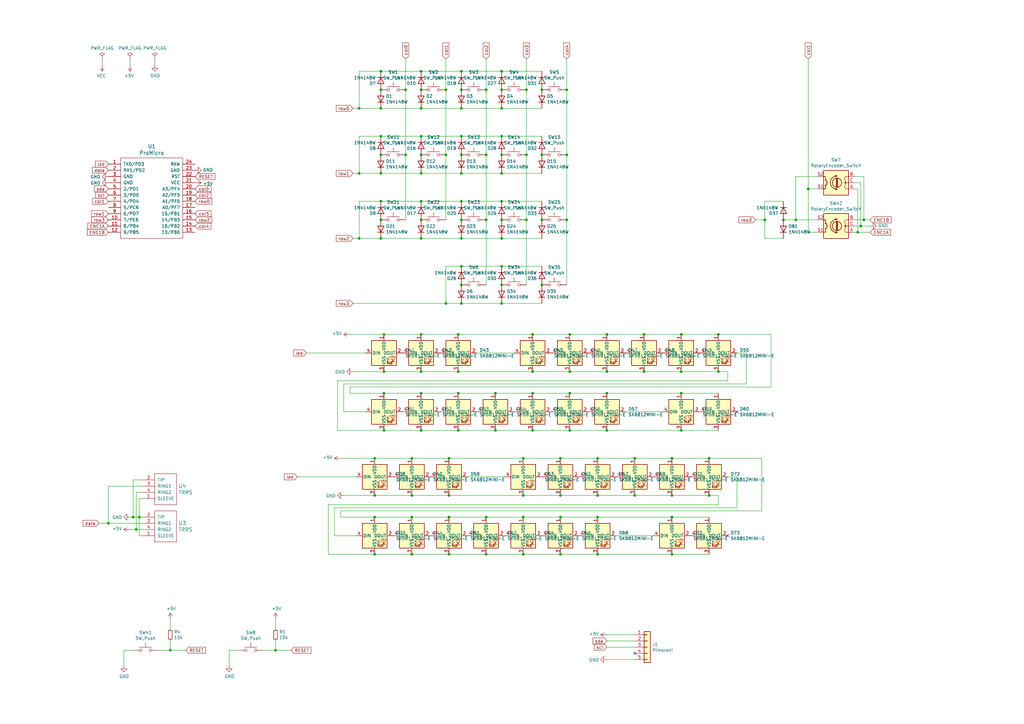
<source format=kicad_sch>
(kicad_sch (version 20211123) (generator eeschema)
  (paper "A3")
  (lib_symbols
    (symbol "Connector_Generic:Conn_01x05" (pin_names (offset 1.016) hide)
      (property "Reference" "J" (at 0 7.62 0))
      (property "Value" "Conn_01x05" (at 0 -7.62 0))
      (symbol "Conn_01x05_1_1"
        (pin passive line (at -5.08 5.08 0) (length 3.81) (name "Pin_1") (number "1"))
        (pin passive line (at -5.08 2.54 0) (length 3.81) (name "Pin_2") (number "2"))
        (pin passive line (at -5.08 0 0) (length 3.81) (name "Pin_3") (number "3"))
        (pin passive line (at -5.08 -2.54 0) (length 3.81) (name "Pin_4") (number "4"))
        (pin passive line (at -5.08 -5.08 0) (length 3.81) (name "Pin_5") (number "5"))
      )
    )
    (symbol "Device:R_Small" (pin_numbers hide) (pin_names (offset 0.254) hide)
      (property "Reference" "R" (at 0.762 0.508 0))
      (property "Value" "R_Small" (at 0.762 -1.016 0))
      (symbol "R_Small_1_1"
        (pin passive line (at 0 2.54 270) (length 0.762) (name "~") (number "1"))
        (pin passive line (at 0 -2.54 90) (length 0.762) (name "~") (number "2"))
      )
    )
    (symbol "Diode:1N4148W" (pin_numbers hide) (pin_names hide)
      (property "Reference" "D" (at 0 2.54 0))
      (property "Value" "1N4148W" (at 0 -2.54 0))
      (symbol "1N4148W_1_1"
        (pin passive line (at -3.81 0 0) (length 2.54) (name "K") (number "1"))
        (pin passive line (at 3.81 0 180) (length 2.54) (name "A") (number "2"))
      )
    )
    (symbol "Switch:SW_Push" (pin_numbers hide) (pin_names (offset 1.016) hide)
      (property "Reference" "SW" (at 1.27 2.54 0))
      (property "Value" "SW_Push" (at 0 -1.524 0))
      (symbol "SW_Push_0_1"
        (pin passive line (at -5.08 0 0) (length 2.54) (name "1") (number "1"))
        (pin passive line (at 5.08 0 180) (length 2.54) (name "2") (number "2"))
      )
    )
    (symbol "bgkeeb-rescue:Rotary_Encoder_Switch-Device" (pin_names (offset 0.254) hide)
      (property "Reference" "SW" (at 0 6.604 0))
      (property "Value" "Rotary_Encoder_Switch-Device" (at 0 -6.604 0))
      (symbol "Rotary_Encoder_Switch-Device_1_1"
        (pin passive line (at -7.62 2.54 0) (length 2.54) (name "A") (number "A"))
        (pin passive line (at -7.62 -2.54 0) (length 2.54) (name "B") (number "B"))
        (pin passive line (at -7.62 0 0) (length 2.54) (name "C") (number "C"))
        (pin passive line (at 7.62 2.54 180) (length 2.54) (name "S1") (number "S1"))
        (pin passive line (at 7.62 -2.54 180) (length 2.54) (name "S2") (number "S2"))
      )
    )
    (symbol "keebio:ProMicro" (pin_names (offset 1.016))
      (property "Reference" "U" (at 0 0 0))
      (property "Value" "ProMicro" (at 0 -19.05 0))
      (symbol "ProMicro_1_1"
        (pin input line (at -17.78 13.97 0) (length 5.08) (name "TX0/PD3") (number "1"))
        (pin input line (at -17.78 -8.89 0) (length 5.08) (name "7/PE6") (number "10"))
        (pin input line (at -17.78 -11.43 0) (length 5.08) (name "8/PB4") (number "11"))
        (pin input line (at -17.78 -13.97 0) (length 5.08) (name "9/PB5") (number "12"))
        (pin input line (at 17.78 -13.97 180) (length 5.08) (name "10/PB6") (number "13"))
        (pin input line (at 17.78 -11.43 180) (length 5.08) (name "16/PB2") (number "14"))
        (pin input line (at 17.78 -8.89 180) (length 5.08) (name "14/PB3") (number "15"))
        (pin input line (at 17.78 -6.35 180) (length 5.08) (name "15/PB1") (number "16"))
        (pin input line (at 17.78 -3.81 180) (length 5.08) (name "A0/PF7") (number "17"))
        (pin input line (at 17.78 -1.27 180) (length 5.08) (name "A1/PF6") (number "18"))
        (pin input line (at 17.78 1.27 180) (length 5.08) (name "A2/PF5") (number "19"))
        (pin input line (at -17.78 11.43 0) (length 5.08) (name "RX1/PD2") (number "2"))
        (pin input line (at 17.78 3.81 180) (length 5.08) (name "A3/PF4") (number "20"))
        (pin input line (at 17.78 6.35 180) (length 5.08) (name "VCC") (number "21"))
        (pin input line (at 17.78 8.89 180) (length 5.08) (name "RST") (number "22"))
        (pin input line (at 17.78 11.43 180) (length 5.08) (name "GND") (number "23"))
        (pin input line (at 17.78 13.97 180) (length 5.08) (name "RAW") (number "24"))
        (pin input line (at -17.78 8.89 0) (length 5.08) (name "GND") (number "3"))
        (pin input line (at -17.78 6.35 0) (length 5.08) (name "GND") (number "4"))
        (pin input line (at -17.78 3.81 0) (length 5.08) (name "2/PD1") (number "5"))
        (pin input line (at -17.78 1.27 0) (length 5.08) (name "3/PD0") (number "6"))
        (pin input line (at -17.78 -1.27 0) (length 5.08) (name "4/PD4") (number "7"))
        (pin input line (at -17.78 -3.81 0) (length 5.08) (name "5/PC6") (number "8"))
        (pin input line (at -17.78 -6.35 0) (length 5.08) (name "6/PD7") (number "9"))
      )
    )
    (symbol "keebio:TRRS" (pin_names (offset 1.016))
      (property "Reference" "U" (at 0 15.24 0))
      (property "Value" "TRRS" (at 0 -2.54 0))
      (symbol "TRRS_1_1"
        (pin input line (at -8.89 2.54 0) (length 5.08) (name "SLEEVE") (number "1"))
        (pin input line (at -8.89 10.16 0) (length 5.08) (name "TIP") (number "2"))
        (pin input line (at -8.89 7.62 0) (length 5.08) (name "RING1") (number "3"))
        (pin input line (at -8.89 5.08 0) (length 5.08) (name "RING2") (number "4"))
      )
    )
    (symbol "kicad-keyboard-parts:SK6812MINI-E" (pin_names (offset 0.254))
      (property "Reference" "D" (at 5.08 5.715 0))
      (property "Value" "SK6812MINI-E" (at 1.27 -5.715 0))
      (symbol "SK6812MINI-E_0_0"
        (text "RGB" (at 2.286 -4.191 0) (effects (font (size 0.762 0.762))))
      )
      (symbol "SK6812MINI-E_1_1"
        (pin power_in line (at 0 7.62 270) (length 2.54) (name "VDD") (number "1"))
        (pin output line (at 7.62 0 180) (length 2.54) (name "DOUT") (number "2"))
        (pin power_in line (at 0 -7.62 90) (length 2.54) (name "VSS") (number "3"))
        (pin input line (at -7.62 0 0) (length 2.54) (name "DIN") (number "4"))
      )
    )
    (symbol "power:+5V" (power) (pin_names (offset 0))
      (property "Value" "+5V" (at 0 3.556 0))
      (symbol "+5V_1_1"
        (pin power_in line (at 0 0 90) (length 0) hide (name "+5V") (number "1"))
      )
    )
    (symbol "power:GND" (power) (pin_names (offset 0))
      (property "Value" "GND" (at 0 -3.81 0))
      (symbol "GND_1_1"
        (pin power_in line (at 0 0 270) (length 0) hide (name "GND") (number "1"))
      )
    )
    (symbol "power:PWR_FLAG" (power) (pin_numbers hide) (pin_names (offset 0) hide)
      (property "Value" "PWR_FLAG" (at 0 3.81 0))
      (symbol "PWR_FLAG_0_0"
        (pin power_out line (at 0 0 90) (length 0) (name "pwr") (number "1"))
      )
    )
    (symbol "power:VCC" (power) (pin_names (offset 0))
      (property "Value" "VCC" (at 0 3.81 0))
      (symbol "VCC_1_1"
        (pin power_in line (at 0 0 90) (length 0) hide (name "VCC") (number "1"))
      )
    )
  )
  (junction (at 157.48 152.4))
  (junction (at 290.83 203.2))
  (junction (at 205.74 116.84))
  (junction (at 275.59 203.2))
  (junction (at 203.2 161.29))
  (junction (at 275.59 187.96))
  (junction (at 168.91 203.2))
  (junction (at 354.33 90.17))
  (junction (at 353.06 92.71))
  (junction (at 260.35 187.96))
  (junction (at 187.96 152.4))
  (junction (at 245.11 203.2))
  (junction (at 205.74 44.45))
  (junction (at 215.9 90.17))
  (junction (at 184.15 227.33))
  (junction (at 189.23 97.79))
  (junction (at 69.85 266.7))
  (junction (at 172.72 36.83))
  (junction (at 248.92 161.29))
  (junction (at 153.67 187.96))
  (junction (at 172.72 152.4))
  (junction (at 156.21 44.45))
  (junction (at 233.68 176.53))
  (junction (at 279.4 152.4))
  (junction (at 205.74 109.22))
  (junction (at 187.96 176.53))
  (junction (at 229.87 212.09))
  (junction (at 294.64 152.4))
  (junction (at 184.15 212.09))
  (junction (at 187.96 161.29))
  (junction (at 189.23 36.83))
  (junction (at 172.72 63.5))
  (junction (at 156.21 71.12))
  (junction (at 156.21 63.5))
  (junction (at 189.23 44.45))
  (junction (at 232.41 63.5))
  (junction (at 157.48 137.16))
  (junction (at 215.9 36.83))
  (junction (at 189.23 71.12))
  (junction (at 189.23 29.21))
  (junction (at 189.23 55.88))
  (junction (at 182.88 63.5))
  (junction (at 279.4 176.53))
  (junction (at 321.31 90.17))
  (junction (at 172.72 137.16))
  (junction (at 205.74 90.17))
  (junction (at 248.92 152.4))
  (junction (at 214.63 227.33))
  (junction (at 189.23 82.55))
  (junction (at 245.11 212.09))
  (junction (at 233.68 152.4))
  (junction (at 248.92 176.53))
  (junction (at 229.87 203.2))
  (junction (at 218.44 161.29))
  (junction (at 232.41 90.17))
  (junction (at 222.25 63.5))
  (junction (at 156.21 55.88))
  (junction (at 205.74 29.21))
  (junction (at 199.39 63.5))
  (junction (at 214.63 187.96))
  (junction (at 275.59 227.33))
  (junction (at 189.23 116.84))
  (junction (at 218.44 176.53))
  (junction (at 156.21 97.79))
  (junction (at 168.91 212.09))
  (junction (at 229.87 187.96))
  (junction (at 215.9 63.5))
  (junction (at 182.88 124.46))
  (junction (at 153.67 212.09))
  (junction (at 205.74 55.88))
  (junction (at 189.23 63.5))
  (junction (at 184.15 203.2))
  (junction (at 279.4 137.16))
  (junction (at 205.74 97.79))
  (junction (at 172.72 161.29))
  (junction (at 168.91 227.33))
  (junction (at 233.68 137.16))
  (junction (at 205.74 36.83))
  (junction (at 205.74 63.5))
  (junction (at 222.25 90.17))
  (junction (at 182.88 36.83))
  (junction (at 147.32 44.45))
  (junction (at 199.39 227.33))
  (junction (at 153.67 203.2))
  (junction (at 331.47 77.47))
  (junction (at 233.68 161.29))
  (junction (at 172.72 90.17))
  (junction (at 232.41 36.83))
  (junction (at 222.25 36.83))
  (junction (at 199.39 212.09))
  (junction (at 55.88 217.17))
  (junction (at 199.39 90.17))
  (junction (at 264.16 137.16))
  (junction (at 222.25 116.84))
  (junction (at 184.15 187.96))
  (junction (at 172.72 71.12))
  (junction (at 172.72 176.53))
  (junction (at 156.21 90.17))
  (junction (at 57.15 212.09))
  (junction (at 172.72 82.55))
  (junction (at 248.92 137.16))
  (junction (at 245.11 187.96))
  (junction (at 113.03 266.7))
  (junction (at 260.35 203.2))
  (junction (at 351.79 95.25))
  (junction (at 54.61 212.09))
  (junction (at 199.39 36.83))
  (junction (at 326.39 90.17))
  (junction (at 203.2 176.53))
  (junction (at 275.59 212.09))
  (junction (at 290.83 187.96))
  (junction (at 279.4 161.29))
  (junction (at 153.67 227.33))
  (junction (at 187.96 137.16))
  (junction (at 157.48 161.29))
  (junction (at 147.32 71.12))
  (junction (at 205.74 124.46))
  (junction (at 156.21 36.83))
  (junction (at 229.87 227.33))
  (junction (at 245.11 227.33))
  (junction (at 44.45 214.63))
  (junction (at 157.48 176.53))
  (junction (at 189.23 90.17))
  (junction (at 189.23 109.22))
  (junction (at 205.74 71.12))
  (junction (at 189.23 124.46))
  (junction (at 156.21 82.55))
  (junction (at 166.37 36.83))
  (junction (at 172.72 97.79))
  (junction (at 264.16 152.4))
  (junction (at 166.37 63.5))
  (junction (at 156.21 29.21))
  (junction (at 218.44 152.4))
  (junction (at 294.64 137.16))
  (junction (at 313.69 90.17))
  (junction (at 214.63 203.2))
  (junction (at 172.72 44.45))
  (junction (at 168.91 187.96))
  (junction (at 205.74 82.55))
  (junction (at 172.72 55.88))
  (junction (at 218.44 137.16))
  (junction (at 147.32 97.79))
  (junction (at 214.63 212.09))
  (junction (at 172.72 29.21))
  (no_connect (at 302.26 168.91))
  (no_connect (at 260.35 267.97))
  (no_connect (at 298.45 219.71))
  (wire (pts (xy 218.44 161.29) (xy 233.68 161.29)))
  (wire (pts (xy 147.32 55.88) (xy 156.21 55.88)))
  (wire (pts (xy 350.52 90.17) (xy 354.33 90.17)))
  (wire (pts (xy 53.34 212.09) (xy 54.61 212.09)))
  (wire (pts (xy 199.39 63.5) (xy 199.39 90.17)))
  (wire (pts (xy 350.52 74.93) (xy 353.06 74.93)))
  (wire (pts (xy 50.8 266.7) (xy 50.8 273.05)))
  (wire (pts (xy 298.45 156.21) (xy 138.43 156.21)))
  (wire (pts (xy 140.97 157.48) (xy 140.97 168.91)))
  (wire (pts (xy 306.07 144.78) (xy 306.07 157.48)))
  (wire (pts (xy 139.7 187.96) (xy 153.67 187.96)))
  (wire (pts (xy 172.72 176.53) (xy 157.48 176.53)))
  (wire (pts (xy 156.21 97.79) (xy 172.72 97.79)))
  (wire (pts (xy 215.9 63.5) (xy 215.9 90.17)))
  (wire (pts (xy 57.15 219.71) (xy 57.15 212.09)))
  (wire (pts (xy 331.47 24.13) (xy 331.47 77.47)))
  (wire (pts (xy 354.33 72.39) (xy 354.33 90.17)))
  (wire (pts (xy 147.32 97.79) (xy 156.21 97.79)))
  (wire (pts (xy 143.51 158.75) (xy 143.51 161.29)))
  (wire (pts (xy 205.74 71.12) (xy 222.25 71.12)))
  (wire (pts (xy 331.47 95.25) (xy 335.28 95.25)))
  (wire (pts (xy 350.52 92.71) (xy 353.06 92.71)))
  (wire (pts (xy 214.63 203.2) (xy 229.87 203.2)))
  (wire (pts (xy 147.32 44.45) (xy 156.21 44.45)))
  (wire (pts (xy 157.48 137.16) (xy 172.72 137.16)))
  (wire (pts (xy 335.28 77.47) (xy 331.47 77.47)))
  (wire (pts (xy 199.39 24.13) (xy 199.39 36.83)))
  (wire (pts (xy 63.5 24.13) (xy 63.5 26.67)))
  (wire (pts (xy 248.92 152.4) (xy 264.16 152.4)))
  (wire (pts (xy 189.23 55.88) (xy 205.74 55.88)))
  (wire (pts (xy 248.92 262.89) (xy 260.35 262.89)))
  (wire (pts (xy 350.52 95.25) (xy 351.79 95.25)))
  (wire (pts (xy 294.64 207.01) (xy 134.62 207.01)))
  (wire (pts (xy 205.74 82.55) (xy 222.25 82.55)))
  (wire (pts (xy 312.42 187.96) (xy 312.42 209.55)))
  (wire (pts (xy 229.87 187.96) (xy 245.11 187.96)))
  (wire (pts (xy 306.07 157.48) (xy 140.97 157.48)))
  (wire (pts (xy 321.31 97.79) (xy 313.69 97.79)))
  (wire (pts (xy 157.48 152.4) (xy 172.72 152.4)))
  (wire (pts (xy 275.59 203.2) (xy 290.83 203.2)))
  (wire (pts (xy 279.4 161.29) (xy 294.64 161.29)))
  (wire (pts (xy 245.11 203.2) (xy 260.35 203.2)))
  (wire (pts (xy 64.77 266.7) (xy 69.85 266.7)))
  (wire (pts (xy 233.68 152.4) (xy 248.92 152.4)))
  (wire (pts (xy 275.59 212.09) (xy 290.83 212.09)))
  (wire (pts (xy 143.51 137.16) (xy 157.48 137.16)))
  (wire (pts (xy 182.88 36.83) (xy 182.88 63.5)))
  (wire (pts (xy 147.32 97.79) (xy 147.32 82.55)))
  (wire (pts (xy 335.28 90.17) (xy 326.39 90.17)))
  (wire (pts (xy 189.23 109.22) (xy 205.74 109.22)))
  (wire (pts (xy 298.45 195.58) (xy 302.26 195.58)))
  (wire (pts (xy 290.83 187.96) (xy 312.42 187.96)))
  (wire (pts (xy 335.28 72.39) (xy 326.39 72.39)))
  (wire (pts (xy 252.73 219.71) (xy 267.97 219.71)))
  (wire (pts (xy 144.78 124.46) (xy 182.88 124.46)))
  (wire (pts (xy 156.21 55.88) (xy 172.72 55.88)))
  (wire (pts (xy 172.72 137.16) (xy 187.96 137.16)))
  (wire (pts (xy 143.51 161.29) (xy 157.48 161.29)))
  (wire (pts (xy 55.88 201.93) (xy 55.88 217.17)))
  (wire (pts (xy 233.68 161.29) (xy 248.92 161.29)))
  (wire (pts (xy 58.42 196.85) (xy 54.61 196.85)))
  (wire (pts (xy 326.39 72.39) (xy 326.39 90.17)))
  (wire (pts (xy 294.64 137.16) (xy 316.23 137.16)))
  (wire (pts (xy 166.37 63.5) (xy 166.37 90.17)))
  (wire (pts (xy 199.39 227.33) (xy 184.15 227.33)))
  (wire (pts (xy 232.41 63.5) (xy 232.41 90.17)))
  (wire (pts (xy 172.72 152.4) (xy 187.96 152.4)))
  (wire (pts (xy 233.68 176.53) (xy 218.44 176.53)))
  (wire (pts (xy 44.45 214.63) (xy 40.64 214.63)))
  (wire (pts (xy 69.85 257.81) (xy 69.85 254)))
  (wire (pts (xy 229.87 203.2) (xy 245.11 203.2)))
  (wire (pts (xy 260.35 187.96) (xy 275.59 187.96)))
  (wire (pts (xy 172.72 97.79) (xy 189.23 97.79)))
  (wire (pts (xy 182.88 109.22) (xy 189.23 109.22)))
  (wire (pts (xy 260.35 203.2) (xy 275.59 203.2)))
  (wire (pts (xy 113.03 266.7) (xy 113.03 262.89)))
  (wire (pts (xy 44.45 199.39) (xy 58.42 199.39)))
  (wire (pts (xy 353.06 74.93) (xy 353.06 92.71)))
  (wire (pts (xy 214.63 187.96) (xy 229.87 187.96)))
  (wire (pts (xy 125.73 144.78) (xy 149.86 144.78)))
  (wire (pts (xy 326.39 90.17) (xy 321.31 90.17)))
  (wire (pts (xy 191.77 195.58) (xy 207.01 195.58)))
  (wire (pts (xy 316.23 137.16) (xy 316.23 158.75)))
  (wire (pts (xy 184.15 187.96) (xy 214.63 187.96)))
  (wire (pts (xy 76.2 266.7) (xy 69.85 266.7)))
  (wire (pts (xy 312.42 209.55) (xy 139.7 209.55)))
  (wire (pts (xy 215.9 90.17) (xy 215.9 116.84)))
  (wire (pts (xy 44.45 199.39) (xy 44.45 214.63)))
  (wire (pts (xy 248.92 176.53) (xy 279.4 176.53)))
  (wire (pts (xy 294.64 152.4) (xy 298.45 152.4)))
  (wire (pts (xy 137.16 219.71) (xy 146.05 219.71)))
  (wire (pts (xy 313.69 90.17) (xy 309.88 90.17)))
  (wire (pts (xy 218.44 152.4) (xy 233.68 152.4)))
  (wire (pts (xy 350.52 77.47) (xy 351.79 77.47)))
  (wire (pts (xy 138.43 156.21) (xy 138.43 176.53)))
  (wire (pts (xy 294.64 176.53) (xy 279.4 176.53)))
  (wire (pts (xy 214.63 227.33) (xy 199.39 227.33)))
  (wire (pts (xy 205.74 29.21) (xy 222.25 29.21)))
  (wire (pts (xy 119.38 266.7) (xy 113.03 266.7)))
  (wire (pts (xy 172.72 161.29) (xy 187.96 161.29)))
  (wire (pts (xy 172.72 44.45) (xy 189.23 44.45)))
  (wire (pts (xy 147.32 44.45) (xy 147.32 29.21)))
  (wire (pts (xy 214.63 212.09) (xy 229.87 212.09)))
  (wire (pts (xy 248.92 137.16) (xy 264.16 137.16)))
  (wire (pts (xy 44.45 214.63) (xy 58.42 214.63)))
  (wire (pts (xy 69.85 266.7) (xy 69.85 262.89)))
  (wire (pts (xy 248.92 176.53) (xy 233.68 176.53)))
  (wire (pts (xy 53.34 217.17) (xy 55.88 217.17)))
  (wire (pts (xy 302.26 144.78) (xy 306.07 144.78)))
  (wire (pts (xy 147.32 29.21) (xy 156.21 29.21)))
  (wire (pts (xy 57.15 212.09) (xy 58.42 212.09)))
  (wire (pts (xy 54.61 212.09) (xy 57.15 212.09)))
  (wire (pts (xy 313.69 82.55) (xy 313.69 90.17)))
  (wire (pts (xy 313.69 97.79) (xy 313.69 90.17)))
  (wire (pts (xy 53.34 24.13) (xy 53.34 26.67)))
  (wire (pts (xy 166.37 24.13) (xy 166.37 36.83)))
  (wire (pts (xy 354.33 90.17) (xy 356.87 90.17)))
  (wire (pts (xy 147.32 82.55) (xy 156.21 82.55)))
  (wire (pts (xy 351.79 95.25) (xy 356.87 95.25)))
  (wire (pts (xy 93.98 266.7) (xy 97.79 266.7)))
  (wire (pts (xy 353.06 92.71) (xy 356.87 92.71)))
  (wire (pts (xy 182.88 124.46) (xy 189.23 124.46)))
  (wire (pts (xy 156.21 29.21) (xy 172.72 29.21)))
  (wire (pts (xy 168.91 227.33) (xy 153.67 227.33)))
  (wire (pts (xy 107.95 266.7) (xy 113.03 266.7)))
  (wire (pts (xy 229.87 212.09) (xy 245.11 212.09)))
  (wire (pts (xy 187.96 176.53) (xy 172.72 176.53)))
  (wire (pts (xy 187.96 152.4) (xy 218.44 152.4)))
  (wire (pts (xy 245.11 227.33) (xy 229.87 227.33)))
  (wire (pts (xy 302.26 208.28) (xy 137.16 208.28)))
  (wire (pts (xy 144.78 97.79) (xy 147.32 97.79)))
  (wire (pts (xy 203.2 176.53) (xy 187.96 176.53)))
  (wire (pts (xy 290.83 203.2) (xy 294.64 203.2)))
  (wire (pts (xy 248.92 265.43) (xy 260.35 265.43)))
  (wire (pts (xy 182.88 24.13) (xy 182.88 36.83)))
  (wire (pts (xy 157.48 176.53) (xy 138.43 176.53)))
  (wire (pts (xy 199.39 212.09) (xy 214.63 212.09)))
  (wire (pts (xy 229.87 227.33) (xy 214.63 227.33)))
  (wire (pts (xy 279.4 152.4) (xy 294.64 152.4)))
  (wire (pts (xy 156.21 44.45) (xy 172.72 44.45)))
  (wire (pts (xy 41.91 24.13) (xy 41.91 26.67)))
  (wire (pts (xy 172.72 55.88) (xy 189.23 55.88)))
  (wire (pts (xy 218.44 137.16) (xy 233.68 137.16)))
  (wire (pts (xy 144.78 152.4) (xy 157.48 152.4)))
  (wire (pts (xy 203.2 161.29) (xy 218.44 161.29)))
  (wire (pts (xy 232.41 90.17) (xy 232.41 116.84)))
  (wire (pts (xy 232.41 24.13) (xy 232.41 36.83)))
  (wire (pts (xy 248.92 270.51) (xy 260.35 270.51)))
  (wire (pts (xy 156.21 82.55) (xy 172.72 82.55)))
  (wire (pts (xy 264.16 137.16) (xy 279.4 137.16)))
  (wire (pts (xy 245.11 227.33) (xy 275.59 227.33)))
  (wire (pts (xy 153.67 227.33) (xy 134.62 227.33)))
  (wire (pts (xy 233.68 137.16) (xy 248.92 137.16)))
  (wire (pts (xy 245.11 187.96) (xy 260.35 187.96)))
  (wire (pts (xy 153.67 187.96) (xy 168.91 187.96)))
  (wire (pts (xy 189.23 44.45) (xy 205.74 44.45)))
  (wire (pts (xy 153.67 203.2) (xy 168.91 203.2)))
  (wire (pts (xy 205.74 55.88) (xy 222.25 55.88)))
  (wire (pts (xy 184.15 212.09) (xy 199.39 212.09)))
  (wire (pts (xy 275.59 187.96) (xy 290.83 187.96)))
  (wire (pts (xy 166.37 36.83) (xy 166.37 63.5)))
  (wire (pts (xy 316.23 158.75) (xy 143.51 158.75)))
  (wire (pts (xy 137.16 208.28) (xy 137.16 219.71)))
  (wire (pts (xy 187.96 161.29) (xy 203.2 161.29)))
  (wire (pts (xy 144.78 71.12) (xy 147.32 71.12)))
  (wire (pts (xy 140.97 168.91) (xy 149.86 168.91)))
  (wire (pts (xy 184.15 227.33) (xy 168.91 227.33)))
  (wire (pts (xy 232.41 36.83) (xy 232.41 63.5)))
  (wire (pts (xy 245.11 212.09) (xy 275.59 212.09)))
  (wire (pts (xy 248.92 161.29) (xy 279.4 161.29)))
  (wire (pts (xy 215.9 36.83) (xy 215.9 63.5)))
  (wire (pts (xy 205.74 44.45) (xy 222.25 44.45)))
  (wire (pts (xy 184.15 203.2) (xy 214.63 203.2)))
  (wire (pts (xy 205.74 97.79) (xy 222.25 97.79)))
  (wire (pts (xy 189.23 82.55) (xy 205.74 82.55)))
  (wire (pts (xy 58.42 204.47) (xy 57.15 204.47)))
  (wire (pts (xy 279.4 137.16) (xy 294.64 137.16)))
  (wire (pts (xy 172.72 82.55) (xy 189.23 82.55)))
  (wire (pts (xy 298.45 152.4) (xy 298.45 156.21)))
  (wire (pts (xy 264.16 152.4) (xy 279.4 152.4)))
  (wire (pts (xy 189.23 71.12) (xy 205.74 71.12)))
  (wire (pts (xy 147.32 71.12) (xy 147.32 55.88)))
  (wire (pts (xy 294.64 203.2) (xy 294.64 207.01)))
  (wire (pts (xy 140.97 203.2) (xy 153.67 203.2)))
  (wire (pts (xy 168.91 187.96) (xy 184.15 187.96)))
  (wire (pts (xy 331.47 77.47) (xy 331.47 95.25)))
  (wire (pts (xy 168.91 203.2) (xy 184.15 203.2)))
  (wire (pts (xy 144.78 44.45) (xy 147.32 44.45)))
  (wire (pts (xy 182.88 124.46) (xy 182.88 109.22)))
  (wire (pts (xy 218.44 176.53) (xy 203.2 176.53)))
  (wire (pts (xy 57.15 204.47) (xy 57.15 212.09)))
  (wire (pts (xy 350.52 72.39) (xy 354.33 72.39)))
  (wire (pts (xy 215.9 24.13) (xy 215.9 36.83)))
  (wire (pts (xy 205.74 109.22) (xy 222.25 109.22)))
  (wire (pts (xy 189.23 97.79) (xy 205.74 97.79)))
  (wire (pts (xy 157.48 161.29) (xy 172.72 161.29)))
  (wire (pts (xy 182.88 63.5) (xy 182.88 90.17)))
  (wire (pts (xy 187.96 137.16) (xy 218.44 137.16)))
  (wire (pts (xy 189.23 124.46) (xy 205.74 124.46)))
  (wire (pts (xy 58.42 219.71) (xy 57.15 219.71)))
  (wire (pts (xy 199.39 36.83) (xy 199.39 63.5)))
  (wire (pts (xy 55.88 201.93) (xy 58.42 201.93)))
  (wire (pts (xy 139.7 209.55) (xy 139.7 212.09)))
  (wire (pts (xy 54.61 196.85) (xy 54.61 212.09)))
  (wire (pts (xy 121.92 195.58) (xy 146.05 195.58)))
  (wire (pts (xy 248.92 260.35) (xy 260.35 260.35)))
  (wire (pts (xy 134.62 207.01) (xy 134.62 227.33)))
  (wire (pts (xy 256.54 168.91) (xy 271.78 168.91)))
  (wire (pts (xy 168.91 212.09) (xy 184.15 212.09)))
  (wire (pts (xy 113.03 257.81) (xy 113.03 254)))
  (wire (pts (xy 290.83 227.33) (xy 275.59 227.33)))
  (wire (pts (xy 153.67 212.09) (xy 168.91 212.09)))
  (wire (pts (xy 55.88 217.17) (xy 58.42 217.17)))
  (wire (pts (xy 172.72 71.12) (xy 189.23 71.12)))
  (wire (pts (xy 93.98 266.7) (xy 93.98 273.05)))
  (wire (pts (xy 172.72 29.21) (xy 189.23 29.21)))
  (wire (pts (xy 321.31 82.55) (xy 313.69 82.55)))
  (wire (pts (xy 50.8 266.7) (xy 54.61 266.7)))
  (wire (pts (xy 139.7 212.09) (xy 153.67 212.09)))
  (wire (pts (xy 156.21 71.12) (xy 172.72 71.12)))
  (wire (pts (xy 302.26 195.58) (xy 302.26 208.28)))
  (wire (pts (xy 199.39 90.17) (xy 199.39 116.84)))
  (wire (pts (xy 195.58 144.78) (xy 210.82 144.78)))
  (wire (pts (xy 147.32 71.12) (xy 156.21 71.12)))
  (wire (pts (xy 351.79 77.47) (xy 351.79 95.25)))
  (wire (pts (xy 205.74 124.46) (xy 222.25 124.46)))
  (wire (pts (xy 189.23 29.21) (xy 205.74 29.21)))
  (global_label "ENC1B" (shape input) (at 44.45 95.25 180) (property "Intersheet References" "${INTERSHEET_REFS}" (effects hide)))
  (global_label "col2" (shape input) (at 80.01 80.01 0) (property "Intersheet References" "${INTERSHEET_REFS}" (effects hide)))
  (global_label "data" (shape input) (at 44.45 69.85 180) (property "Intersheet References" "${INTERSHEET_REFS}" (effects hide)))
  (global_label "col2" (shape input) (at 199.39 24.13 90) (property "Intersheet References" "${INTERSHEET_REFS}" (effects hide)))
  (global_label "data" (shape input) (at 40.64 214.63 180) (property "Intersheet References" "${INTERSHEET_REFS}" (effects hide)))
  (global_label "col4" (shape input) (at 80.01 92.71 0) (property "Intersheet References" "${INTERSHEET_REFS}" (effects hide)))
  (global_label "col3" (shape input) (at 215.9 24.13 90) (property "Intersheet References" "${INTERSHEET_REFS}" (effects hide)))
  (global_label "ENC1B" (shape input) (at 356.87 90.17 0) (property "Intersheet References" "${INTERSHEET_REFS}" (effects hide)))
  (global_label "RESET" (shape input) (at 80.01 72.39 0) (property "Intersheet References" "${INTERSHEET_REFS}" (effects hide)))
  (global_label "col3" (shape input) (at 80.01 87.63 0) (property "Intersheet References" "${INTERSHEET_REFS}" (effects hide)))
  (global_label "row3" (shape input) (at 309.88 90.17 180) (property "Intersheet References" "${INTERSHEET_REFS}" (effects hide)))
  (global_label "col1" (shape input) (at 331.47 24.13 90) (property "Intersheet References" "${INTERSHEET_REFS}" (effects hide)))
  (global_label "led" (shape input) (at 44.45 67.31 180) (property "Intersheet References" "${INTERSHEET_REFS}" (effects hide)))
  (global_label "row2" (shape input) (at 144.78 97.79 180) (property "Intersheet References" "${INTERSHEET_REFS}" (effects hide)))
  (global_label "ENC1A" (shape input) (at 44.45 92.71 180) (property "Intersheet References" "${INTERSHEET_REFS}" (effects hide)))
  (global_label "scl" (shape input) (at 44.45 80.01 180) (property "Intersheet References" "${INTERSHEET_REFS}" (effects hide)))
  (global_label "RESET" (shape input) (at 76.2 266.7 0) (property "Intersheet References" "${INTERSHEET_REFS}" (effects hide)))
  (global_label "col1" (shape input) (at 182.88 24.13 90) (property "Intersheet References" "${INTERSHEET_REFS}" (effects hide)))
  (global_label "led" (shape input) (at 121.92 195.58 180) (property "Intersheet References" "${INTERSHEET_REFS}" (effects hide)))
  (global_label "row1" (shape input) (at 144.78 71.12 180) (property "Intersheet References" "${INTERSHEET_REFS}" (effects hide)))
  (global_label "RESET" (shape input) (at 119.38 266.7 0) (property "Intersheet References" "${INTERSHEET_REFS}" (effects hide)))
  (global_label "col0" (shape input) (at 80.01 77.47 0) (property "Intersheet References" "${INTERSHEET_REFS}" (effects hide)))
  (global_label "row3" (shape input) (at 144.78 124.46 180) (property "Intersheet References" "${INTERSHEET_REFS}" (effects hide)))
  (global_label "row0" (shape input) (at 144.78 44.45 180) (property "Intersheet References" "${INTERSHEET_REFS}" (effects hide)))
  (global_label "row1" (shape input) (at 44.45 87.63 180) (property "Intersheet References" "${INTERSHEET_REFS}" (effects hide)))
  (global_label "row2" (shape input) (at 80.01 90.17 0) (property "Intersheet References" "${INTERSHEET_REFS}" (effects hide)))
  (global_label "led" (shape input) (at 125.73 144.78 180) (property "Intersheet References" "${INTERSHEET_REFS}" (effects hide)))
  (global_label "ENC1A" (shape input) (at 356.87 95.25 0) (property "Intersheet References" "${INTERSHEET_REFS}" (effects hide)))
  (global_label "row0" (shape input) (at 80.01 82.55 0) (property "Intersheet References" "${INTERSHEET_REFS}" (effects hide)))
  (global_label "sda" (shape input) (at 44.45 77.47 180) (property "Intersheet References" "${INTERSHEET_REFS}" (effects hide)))
  (global_label "col4" (shape input) (at 232.41 24.13 90) (property "Intersheet References" "${INTERSHEET_REFS}" (effects hide)))
  (global_label "sda" (shape input) (at 248.92 262.89 180) (property "Intersheet References" "${INTERSHEET_REFS}" (effects hide)))
  (global_label "col1" (shape input) (at 44.45 82.55 180) (property "Intersheet References" "${INTERSHEET_REFS}" (effects hide)))
  (global_label "col0" (shape input) (at 166.37 24.13 90) (property "Intersheet References" "${INTERSHEET_REFS}" (effects hide)))
  (global_label "row3" (shape input) (at 44.45 90.17 180) (property "Intersheet References" "${INTERSHEET_REFS}" (effects hide)))
  (global_label "scl" (shape input) (at 248.92 265.43 180) (property "Intersheet References" "${INTERSHEET_REFS}" (effects hide)))
  (symbol (lib_id "Device:R_Small") (at 69.85 260.35 0) (unit 1)
    (property "Reference" "R4" (at 71.3486 259.1816 0) (effects (justify left)))
    (property "Value" "10k" (at 71.3486 261.493 0) (effects (justify left)))
    (property "Footprint" "Resistor_SMD:R_0805_2012Metric" (effects hide))
    (property "LCSC" "C17414" (effects hide))
  )
  (symbol (lib_id "power:+5V") (at 69.85 254 0) (unit 1)
    (property "Reference" "#PWR011" (effects hide))
    (property "Value" "+5V" (at 70.231 249.6058 0))
  )
  (symbol (lib_id "power:GND") (at 50.8 273.05 0) (unit 1)
    (property "Reference" "#PWR013" (effects hide))
    (property "Value" "GND" (at 50.927 277.4442 0))
  )
  (symbol (lib_id "Switch:SW_Push") (at 161.29 36.83 0) (unit 1)
    (property "Reference" "SW1" (at 161.29 29.591 0))
    (property "Value" "SW_Push" (at 161.29 31.9024 0))
    (property "Footprint" "keyswitches:SW_PG1350_reversible" (effects hide))
  )
  (symbol (lib_id "Diode:1N4148W") (at 156.21 40.64 90) (unit 1)
    (property "Reference" "D1" (at 158.242 39.4716 90) (effects (justify right)))
    (property "Value" "1N4148W" (at 158.242 41.783 90) (effects (justify right)))
    (property "Footprint" "Diode_SMD:D_SOD-123" (effects hide))
    (property "Datasheet" "https://www.vishay.com/docs/85748/1n4148w.pdf" (effects hide))
    (property "LCSC" "C727110" (effects hide))
  )
  (symbol (lib_id "Switch:SW_Push") (at 177.8 36.83 0) (unit 1)
    (property "Reference" "SW2" (at 177.8 29.591 0))
    (property "Value" "SW_Push" (at 177.8 31.9024 0))
    (property "Footprint" "keyswitches:SW_PG1350_reversible" (effects hide))
  )
  (symbol (lib_id "Diode:1N4148W") (at 172.72 40.64 90) (unit 1)
    (property "Reference" "D2" (at 174.752 39.4716 90) (effects (justify right)))
    (property "Value" "1N4148W" (at 174.752 41.783 90) (effects (justify right)))
    (property "Footprint" "Diode_SMD:D_SOD-123" (effects hide))
    (property "Datasheet" "https://www.vishay.com/docs/85748/1n4148w.pdf" (effects hide))
    (property "LCSC" "C727110" (effects hide))
  )
  (symbol (lib_id "Switch:SW_Push") (at 194.31 36.83 0) (unit 1)
    (property "Reference" "SW3" (at 194.31 29.591 0))
    (property "Value" "SW_Push" (at 194.31 31.9024 0))
    (property "Footprint" "keyswitches:SW_PG1350_reversible" (effects hide))
  )
  (symbol (lib_id "Diode:1N4148W") (at 189.23 40.64 90) (unit 1)
    (property "Reference" "D3" (at 191.262 39.4716 90) (effects (justify right)))
    (property "Value" "1N4148W" (at 191.262 41.783 90) (effects (justify right)))
    (property "Footprint" "Diode_SMD:D_SOD-123" (effects hide))
    (property "Datasheet" "https://www.vishay.com/docs/85748/1n4148w.pdf" (effects hide))
    (property "LCSC" "C727110" (effects hide))
  )
  (symbol (lib_id "Switch:SW_Push") (at 210.82 36.83 0) (unit 1)
    (property "Reference" "SW4" (at 210.82 29.591 0))
    (property "Value" "SW_Push" (at 210.82 31.9024 0))
    (property "Footprint" "keyswitches:SW_PG1350_reversible" (effects hide))
  )
  (symbol (lib_id "Diode:1N4148W") (at 205.74 40.64 90) (unit 1)
    (property "Reference" "D4" (at 207.772 39.4716 90) (effects (justify right)))
    (property "Value" "1N4148W" (at 207.772 41.783 90) (effects (justify right)))
    (property "Footprint" "Diode_SMD:D_SOD-123" (effects hide))
    (property "Datasheet" "https://www.vishay.com/docs/85748/1n4148w.pdf" (effects hide))
    (property "LCSC" "C727110" (effects hide))
  )
  (symbol (lib_id "Switch:SW_Push") (at 227.33 36.83 0) (unit 1)
    (property "Reference" "SW5" (at 227.33 29.591 0))
    (property "Value" "SW_Push" (at 227.33 31.9024 0))
    (property "Footprint" "keyswitches:SW_PG1350_reversible" (effects hide))
  )
  (symbol (lib_id "Diode:1N4148W") (at 222.25 40.64 90) (unit 1)
    (property "Reference" "D5" (at 224.282 39.4716 90) (effects (justify right)))
    (property "Value" "1N4148W" (at 224.282 41.783 90) (effects (justify right)))
    (property "Footprint" "Diode_SMD:D_SOD-123" (effects hide))
    (property "Datasheet" "https://www.vishay.com/docs/85748/1n4148w.pdf" (effects hide))
    (property "LCSC" "C727110" (effects hide))
  )
  (symbol (lib_id "Switch:SW_Push") (at 161.29 63.5 0) (unit 1)
    (property "Reference" "SW11" (at 161.29 56.261 0))
    (property "Value" "SW_Push" (at 161.29 58.5724 0))
    (property "Footprint" "keyswitches:SW_PG1350_reversible" (effects hide))
  )
  (symbol (lib_id "Diode:1N4148W") (at 156.21 67.31 90) (unit 1)
    (property "Reference" "D11" (at 158.242 66.1416 90) (effects (justify right)))
    (property "Value" "1N4148W" (at 158.242 68.453 90) (effects (justify right)))
    (property "Footprint" "Diode_SMD:D_SOD-123" (effects hide))
    (property "Datasheet" "https://www.vishay.com/docs/85748/1n4148w.pdf" (effects hide))
    (property "LCSC" "C727110" (effects hide))
  )
  (symbol (lib_id "Switch:SW_Push") (at 177.8 63.5 0) (unit 1)
    (property "Reference" "SW12" (at 177.8 56.261 0))
    (property "Value" "SW_Push" (at 177.8 58.5724 0))
    (property "Footprint" "keyswitches:SW_PG1350_reversible" (effects hide))
  )
  (symbol (lib_id "Diode:1N4148W") (at 172.72 67.31 90) (unit 1)
    (property "Reference" "D12" (at 174.752 66.1416 90) (effects (justify right)))
    (property "Value" "1N4148W" (at 174.752 68.453 90) (effects (justify right)))
    (property "Footprint" "Diode_SMD:D_SOD-123" (effects hide))
    (property "Datasheet" "https://www.vishay.com/docs/85748/1n4148w.pdf" (effects hide))
    (property "LCSC" "C727110" (effects hide))
  )
  (symbol (lib_id "Switch:SW_Push") (at 194.31 63.5 0) (unit 1)
    (property "Reference" "SW13" (at 194.31 56.261 0))
    (property "Value" "SW_Push" (at 194.31 58.5724 0))
    (property "Footprint" "keyswitches:SW_PG1350_reversible" (effects hide))
  )
  (symbol (lib_id "Diode:1N4148W") (at 189.23 67.31 90) (unit 1)
    (property "Reference" "D13" (at 191.262 66.1416 90) (effects (justify right)))
    (property "Value" "1N4148W" (at 191.262 68.453 90) (effects (justify right)))
    (property "Footprint" "Diode_SMD:D_SOD-123" (effects hide))
    (property "Datasheet" "https://www.vishay.com/docs/85748/1n4148w.pdf" (effects hide))
    (property "LCSC" "C727110" (effects hide))
  )
  (symbol (lib_id "Switch:SW_Push") (at 210.82 63.5 0) (unit 1)
    (property "Reference" "SW14" (at 210.82 56.261 0))
    (property "Value" "SW_Push" (at 210.82 58.5724 0))
    (property "Footprint" "keyswitches:SW_PG1350_reversible" (effects hide))
  )
  (symbol (lib_id "Diode:1N4148W") (at 205.74 67.31 90) (unit 1)
    (property "Reference" "D14" (at 207.772 66.1416 90) (effects (justify right)))
    (property "Value" "1N4148W" (at 207.772 68.453 90) (effects (justify right)))
    (property "Footprint" "Diode_SMD:D_SOD-123" (effects hide))
    (property "Datasheet" "https://www.vishay.com/docs/85748/1n4148w.pdf" (effects hide))
    (property "LCSC" "C727110" (effects hide))
  )
  (symbol (lib_id "Switch:SW_Push") (at 227.33 63.5 0) (unit 1)
    (property "Reference" "SW15" (at 227.33 56.261 0))
    (property "Value" "SW_Push" (at 227.33 58.5724 0))
    (property "Footprint" "keyswitches:SW_PG1350_reversible" (effects hide))
  )
  (symbol (lib_id "Diode:1N4148W") (at 222.25 67.31 90) (unit 1)
    (property "Reference" "D15" (at 224.282 66.1416 90) (effects (justify right)))
    (property "Value" "1N4148W" (at 224.282 68.453 90) (effects (justify right)))
    (property "Footprint" "Diode_SMD:D_SOD-123" (effects hide))
    (property "Datasheet" "https://www.vishay.com/docs/85748/1n4148w.pdf" (effects hide))
    (property "LCSC" "C727110" (effects hide))
  )
  (symbol (lib_id "Switch:SW_Push") (at 161.29 90.17 0) (unit 1)
    (property "Reference" "SW21" (at 161.29 82.931 0))
    (property "Value" "SW_Push" (at 161.29 85.2424 0))
    (property "Footprint" "keyswitches:SW_PG1350_reversible" (effects hide))
  )
  (symbol (lib_id "Diode:1N4148W") (at 156.21 93.98 90) (unit 1)
    (property "Reference" "D21" (at 158.242 92.8116 90) (effects (justify right)))
    (property "Value" "1N4148W" (at 158.242 95.123 90) (effects (justify right)))
    (property "Footprint" "Diode_SMD:D_SOD-123" (effects hide))
    (property "Datasheet" "https://www.vishay.com/docs/85748/1n4148w.pdf" (effects hide))
    (property "LCSC" "C727110" (effects hide))
  )
  (symbol (lib_id "Switch:SW_Push") (at 177.8 90.17 0) (unit 1)
    (property "Reference" "SW22" (at 177.8 82.931 0))
    (property "Value" "SW_Push" (at 177.8 85.2424 0))
    (property "Footprint" "keyswitches:SW_PG1350_reversible" (effects hide))
  )
  (symbol (lib_id "Diode:1N4148W") (at 172.72 93.98 90) (unit 1)
    (property "Reference" "D22" (at 174.752 92.8116 90) (effects (justify right)))
    (property "Value" "1N4148W" (at 174.752 95.123 90) (effects (justify right)))
    (property "Footprint" "Diode_SMD:D_SOD-123" (effects hide))
    (property "Datasheet" "https://www.vishay.com/docs/85748/1n4148w.pdf" (effects hide))
    (property "LCSC" "C727110" (effects hide))
  )
  (symbol (lib_id "Switch:SW_Push") (at 194.31 90.17 0) (unit 1)
    (property "Reference" "SW23" (at 194.31 82.931 0))
    (property "Value" "SW_Push" (at 194.31 85.2424 0))
    (property "Footprint" "keyswitches:SW_PG1350_reversible" (effects hide))
  )
  (symbol (lib_id "Diode:1N4148W") (at 189.23 93.98 90) (unit 1)
    (property "Reference" "D23" (at 191.262 92.8116 90) (effects (justify right)))
    (property "Value" "1N4148W" (at 191.262 95.123 90) (effects (justify right)))
    (property "Footprint" "Diode_SMD:D_SOD-123" (effects hide))
    (property "Datasheet" "https://www.vishay.com/docs/85748/1n4148w.pdf" (effects hide))
    (property "LCSC" "C727110" (effects hide))
  )
  (symbol (lib_id "Switch:SW_Push") (at 210.82 90.17 0) (unit 1)
    (property "Reference" "SW24" (at 210.82 82.931 0))
    (property "Value" "SW_Push" (at 210.82 85.2424 0))
    (property "Footprint" "keyswitches:SW_PG1350_reversible" (effects hide))
  )
  (symbol (lib_id "Diode:1N4148W") (at 205.74 93.98 90) (unit 1)
    (property "Reference" "D24" (at 207.772 92.8116 90) (effects (justify right)))
    (property "Value" "1N4148W" (at 207.772 95.123 90) (effects (justify right)))
    (property "Footprint" "Diode_SMD:D_SOD-123" (effects hide))
    (property "Datasheet" "https://www.vishay.com/docs/85748/1n4148w.pdf" (effects hide))
    (property "LCSC" "C727110" (effects hide))
  )
  (symbol (lib_id "Switch:SW_Push") (at 227.33 90.17 0) (unit 1)
    (property "Reference" "SW25" (at 227.33 82.931 0))
    (property "Value" "SW_Push" (at 227.33 85.2424 0))
    (property "Footprint" "keyswitches:SW_PG1350_reversible" (effects hide))
  )
  (symbol (lib_id "Diode:1N4148W") (at 222.25 93.98 90) (unit 1)
    (property "Reference" "D25" (at 224.282 92.8116 90) (effects (justify right)))
    (property "Value" "1N4148W" (at 224.282 95.123 90) (effects (justify right)))
    (property "Footprint" "Diode_SMD:D_SOD-123" (effects hide))
    (property "Datasheet" "https://www.vishay.com/docs/85748/1n4148w.pdf" (effects hide))
    (property "LCSC" "C727110" (effects hide))
  )
  (symbol (lib_id "Switch:SW_Push") (at 210.82 116.84 0) (unit 1)
    (property "Reference" "SW34" (at 210.82 109.601 0))
    (property "Value" "SW_Push" (at 210.82 111.9124 0))
    (property "Footprint" "keyswitches:SW_PG1350_reversible" (effects hide))
  )
  (symbol (lib_id "Diode:1N4148W") (at 205.74 120.65 90) (unit 1)
    (property "Reference" "D34" (at 207.772 119.4816 90) (effects (justify right)))
    (property "Value" "1N4148W" (at 207.772 121.793 90) (effects (justify right)))
    (property "Footprint" "Diode_SMD:D_SOD-123" (effects hide))
    (property "Datasheet" "https://www.vishay.com/docs/85748/1n4148w.pdf" (effects hide))
    (property "LCSC" "C727110" (effects hide))
  )
  (symbol (lib_id "Switch:SW_Push") (at 227.33 116.84 0) (unit 1)
    (property "Reference" "SW35" (at 227.33 109.601 0))
    (property "Value" "SW_Push" (at 227.33 111.9124 0))
    (property "Footprint" "keyswitches:SW_PG1350_reversible" (effects hide))
  )
  (symbol (lib_id "Diode:1N4148W") (at 222.25 120.65 90) (unit 1)
    (property "Reference" "D35" (at 224.282 119.4816 90) (effects (justify right)))
    (property "Value" "1N4148W" (at 224.282 121.793 90) (effects (justify right)))
    (property "Footprint" "Diode_SMD:D_SOD-123" (effects hide))
    (property "Datasheet" "https://www.vishay.com/docs/85748/1n4148w.pdf" (effects hide))
    (property "LCSC" "C727110" (effects hide))
  )
  (symbol (lib_id "Connector_Generic:Conn_01x05") (at 265.43 265.43 0) (unit 1)
    (property "Reference" "J1" (at 267.462 264.3632 0) (effects (justify left)))
    (property "Value" "Pimoroni" (at 267.462 266.6746 0) (effects (justify left)))
    (property "Footprint" "other_parts:pimoroni" (effects hide))
  )
  (symbol (lib_id "power:+5V") (at 248.92 260.35 90) (unit 1)
    (property "Reference" "#PWR0106" (effects hide))
    (property "Value" "+5V" (at 245.6688 259.969 90) (effects (justify left)))
  )
  (symbol (lib_id "power:GND") (at 248.92 270.51 270) (unit 1)
    (property "Reference" "#PWR0107" (effects hide))
    (property "Value" "GND" (at 245.6688 270.637 90) (effects (justify right)))
  )
  (symbol (lib_id "bgkeeb-rescue:Rotary_Encoder_Switch-Device") (at 342.9 92.71 180) (unit 1)
    (property "Reference" "SW42" (at 342.9 83.3882 0))
    (property "Value" "RotaryEncoder_Switch" (at 342.9 85.6996 0))
    (property "Footprint" "Keebio-Parts:RotaryEncoder_EC11-no-legs" (effects hide))
  )
  (symbol (lib_id "power:+5V") (at 143.51 137.16 90) (unit 1)
    (property "Reference" "#PWR0102" (effects hide))
    (property "Value" "+5V" (at 140.2588 136.779 90) (effects (justify left)))
  )
  (symbol (lib_id "Diode:1N4148W") (at 321.31 93.98 90) (unit 1)
    (property "Reference" "D81" (at 323.342 92.8116 90) (effects (justify right)))
    (property "Value" "1N4148W" (at 323.342 95.123 90) (effects (justify right)))
    (property "Footprint" "Diode_SMD:D_SOD-123" (effects hide))
    (property "Datasheet" "https://www.vishay.com/docs/85748/1n4148w.pdf" (effects hide))
    (property "LCSC" "C727110" (effects hide))
  )
  (symbol (lib_id "power:PWR_FLAG") (at 41.91 24.13 0) (unit 1)
    (property "Reference" "#FLG0101" (effects hide))
    (property "Value" "PWR_FLAG" (at 41.91 19.7358 0))
  )
  (symbol (lib_id "power:VCC") (at 41.91 26.67 180) (unit 1)
    (property "Reference" "#PWR0103" (effects hide))
    (property "Value" "VCC" (at 41.529 31.0642 0))
  )
  (symbol (lib_id "power:PWR_FLAG") (at 53.34 24.13 0) (unit 1)
    (property "Reference" "#FLG0102" (effects hide))
    (property "Value" "PWR_FLAG" (at 53.34 19.7358 0))
  )
  (symbol (lib_id "power:+5V") (at 53.34 26.67 180) (unit 1)
    (property "Reference" "#PWR0104" (effects hide))
    (property "Value" "+5V" (at 52.959 31.0642 0))
  )
  (symbol (lib_id "power:GND") (at 63.5 26.67 0) (unit 1)
    (property "Reference" "#PWR0105" (effects hide))
    (property "Value" "GND" (at 63.627 31.0642 0))
  )
  (symbol (lib_id "power:PWR_FLAG") (at 63.5 24.13 0) (unit 1)
    (property "Reference" "#FLG0103" (effects hide))
    (property "Value" "PWR_FLAG" (at 63.5 19.7358 0))
  )
  (symbol (lib_id "power:GND") (at 356.87 92.71 90) (unit 1)
    (property "Reference" "#PWR0108" (effects hide))
    (property "Value" "GND" (at 360.1212 92.583 90) (effects (justify right)))
  )
  (symbol (lib_id "power:GND") (at 144.78 152.4 270) (unit 1)
    (property "Reference" "#PWR0101" (effects hide))
    (property "Value" "GND" (at 141.5288 152.527 90) (effects (justify right)))
  )
  (symbol (lib_id "Switch:SW_Push") (at 59.69 266.7 0) (unit 1)
    (property "Reference" "SW41" (at 59.69 259.461 0))
    (property "Value" "SW_Push" (at 59.69 261.7724 0))
    (property "Footprint" "random-keyboard-parts:SKQG-1155865" (effects hide))
  )
  (symbol (lib_id "kicad-keyboard-parts:SK6812MINI-E") (at 157.48 144.78 0) (unit 1)
    (property "Reference" "D41" (at 166.2176 143.6116 0) (effects (justify left)))
    (property "Value" "SK6812MINI-E" (at 166.2176 145.923 0) (effects (justify left)))
    (property "Footprint" "kicad-keyboard-parts:MX_SK6812MINI-E" (effects hide))
    (property "Datasheet" "https://cdn-shop.adafruit.com/product-files/2686/SK6812MINI_REV.01-1-2.pdf" (effects hide))
  )
  (symbol (lib_id "kicad-keyboard-parts:SK6812MINI-E") (at 172.72 144.78 0) (unit 1)
    (property "Reference" "D42" (at 181.4576 143.6116 0) (effects (justify left)))
    (property "Value" "SK6812MINI-E" (at 181.4576 145.923 0) (effects (justify left)))
    (property "Footprint" "kicad-keyboard-parts:MX_SK6812MINI-E" (effects hide))
    (property "Datasheet" "https://cdn-shop.adafruit.com/product-files/2686/SK6812MINI_REV.01-1-2.pdf" (effects hide))
  )
  (symbol (lib_id "kicad-keyboard-parts:SK6812MINI-E") (at 187.96 144.78 0) (unit 1)
    (property "Reference" "D43" (at 196.6976 143.6116 0) (effects (justify left)))
    (property "Value" "SK6812MINI-E" (at 196.6976 145.923 0) (effects (justify left)))
    (property "Footprint" "kicad-keyboard-parts:MX_SK6812MINI-E" (effects hide))
    (property "Datasheet" "https://cdn-shop.adafruit.com/product-files/2686/SK6812MINI_REV.01-1-2.pdf" (effects hide))
  )
  (symbol (lib_id "kicad-keyboard-parts:SK6812MINI-E") (at 218.44 144.78 0) (unit 1)
    (property "Reference" "D45" (at 227.1776 143.6116 0) (effects (justify left)))
    (property "Value" "SK6812MINI-E" (at 227.1776 145.923 0) (effects (justify left)))
    (property "Footprint" "kicad-keyboard-parts:MX_SK6812MINI-E" (effects hide))
    (property "Datasheet" "https://cdn-shop.adafruit.com/product-files/2686/SK6812MINI_REV.01-1-2.pdf" (effects hide))
  )
  (symbol (lib_id "kicad-keyboard-parts:SK6812MINI-E") (at 233.68 144.78 0) (unit 1)
    (property "Reference" "D46" (at 242.4176 143.6116 0) (effects (justify left)))
    (property "Value" "SK6812MINI-E" (at 242.4176 145.923 0) (effects (justify left)))
    (property "Footprint" "kicad-keyboard-parts:MX_SK6812MINI-E" (effects hide))
    (property "Datasheet" "https://cdn-shop.adafruit.com/product-files/2686/SK6812MINI_REV.01-1-2.pdf" (effects hide))
  )
  (symbol (lib_id "kicad-keyboard-parts:SK6812MINI-E") (at 248.92 144.78 0) (unit 1)
    (property "Reference" "D47" (at 257.6576 143.6116 0) (effects (justify left)))
    (property "Value" "SK6812MINI-E" (at 257.6576 145.923 0) (effects (justify left)))
    (property "Footprint" "kicad-keyboard-parts:MX_SK6812MINI-E" (effects hide))
    (property "Datasheet" "https://cdn-shop.adafruit.com/product-files/2686/SK6812MINI_REV.01-1-2.pdf" (effects hide))
  )
  (symbol (lib_id "kicad-keyboard-parts:SK6812MINI-E") (at 264.16 144.78 0) (unit 1)
    (property "Reference" "D48" (at 272.8976 143.6116 0) (effects (justify left)))
    (property "Value" "SK6812MINI-E" (at 272.8976 145.923 0) (effects (justify left)))
    (property "Footprint" "kicad-keyboard-parts:MX_SK6812MINI-E" (effects hide))
    (property "Datasheet" "https://cdn-shop.adafruit.com/product-files/2686/SK6812MINI_REV.01-1-2.pdf" (effects hide))
  )
  (symbol (lib_id "kicad-keyboard-parts:SK6812MINI-E") (at 279.4 144.78 0) (unit 1)
    (property "Reference" "D49" (at 288.1376 143.6116 0) (effects (justify left)))
    (property "Value" "SK6812MINI-E" (at 288.1376 145.923 0) (effects (justify left)))
    (property "Footprint" "kicad-keyboard-parts:MX_SK6812MINI-E" (effects hide))
    (property "Datasheet" "https://cdn-shop.adafruit.com/product-files/2686/SK6812MINI_REV.01-1-2.pdf" (effects hide))
  )
  (symbol (lib_id "kicad-keyboard-parts:SK6812MINI-E") (at 294.64 144.78 0) (unit 1)
    (property "Reference" "D50" (at 303.3776 143.6116 0) (effects (justify left)))
    (property "Value" "SK6812MINI-E" (at 303.3776 145.923 0) (effects (justify left)))
    (property "Footprint" "kicad-keyboard-parts:MX_SK6812MINI-E" (effects hide))
    (property "Datasheet" "https://cdn-shop.adafruit.com/product-files/2686/SK6812MINI_REV.01-1-2.pdf" (effects hide))
  )
  (symbol (lib_id "kicad-keyboard-parts:SK6812MINI-E") (at 157.48 168.91 0) (unit 1)
    (property "Reference" "D51" (at 166.2176 167.7416 0) (effects (justify left)))
    (property "Value" "SK6812MINI-E" (at 166.2176 170.053 0) (effects (justify left)))
    (property "Footprint" "kicad-keyboard-parts:MX_SK6812MINI-E" (effects hide))
    (property "Datasheet" "https://cdn-shop.adafruit.com/product-files/2686/SK6812MINI_REV.01-1-2.pdf" (effects hide))
  )
  (symbol (lib_id "kicad-keyboard-parts:SK6812MINI-E") (at 172.72 168.91 0) (unit 1)
    (property "Reference" "D52" (at 181.4576 167.7416 0) (effects (justify left)))
    (property "Value" "SK6812MINI-E" (at 181.4576 170.053 0) (effects (justify left)))
    (property "Footprint" "kicad-keyboard-parts:MX_SK6812MINI-E" (effects hide))
    (property "Datasheet" "https://cdn-shop.adafruit.com/product-files/2686/SK6812MINI_REV.01-1-2.pdf" (effects hide))
  )
  (symbol (lib_id "kicad-keyboard-parts:SK6812MINI-E") (at 187.96 168.91 0) (unit 1)
    (property "Reference" "D53" (at 196.6976 167.7416 0) (effects (justify left)))
    (property "Value" "SK6812MINI-E" (at 196.6976 170.053 0) (effects (justify left)))
    (property "Footprint" "kicad-keyboard-parts:MX_SK6812MINI-E" (effects hide))
    (property "Datasheet" "https://cdn-shop.adafruit.com/product-files/2686/SK6812MINI_REV.01-1-2.pdf" (effects hide))
  )
  (symbol (lib_id "kicad-keyboard-parts:SK6812MINI-E") (at 203.2 168.91 0) (unit 1)
    (property "Reference" "D54" (at 211.9376 167.7416 0) (effects (justify left)))
    (property "Value" "SK6812MINI-E" (at 211.9376 170.053 0) (effects (justify left)))
    (property "Footprint" "kicad-keyboard-parts:MX_SK6812MINI-E" (effects hide))
    (property "Datasheet" "https://cdn-shop.adafruit.com/product-files/2686/SK6812MINI_REV.01-1-2.pdf" (effects hide))
  )
  (symbol (lib_id "kicad-keyboard-parts:SK6812MINI-E") (at 218.44 168.91 0) (unit 1)
    (property "Reference" "D55" (at 227.1776 167.7416 0) (effects (justify left)))
    (property "Value" "SK6812MINI-E" (at 227.1776 170.053 0) (effects (justify left)))
    (property "Footprint" "kicad-keyboard-parts:MX_SK6812MINI-E" (effects hide))
    (property "Datasheet" "https://cdn-shop.adafruit.com/product-files/2686/SK6812MINI_REV.01-1-2.pdf" (effects hide))
  )
  (symbol (lib_id "kicad-keyboard-parts:SK6812MINI-E") (at 233.68 168.91 0) (unit 1)
    (property "Reference" "D56" (at 242.4176 167.7416 0) (effects (justify left)))
    (property "Value" "SK6812MINI-E" (at 242.4176 170.053 0) (effects (justify left)))
    (property "Footprint" "kicad-keyboard-parts:MX_SK6812MINI-E" (effects hide))
    (property "Datasheet" "https://cdn-shop.adafruit.com/product-files/2686/SK6812MINI_REV.01-1-2.pdf" (effects hide))
  )
  (symbol (lib_id "kicad-keyboard-parts:SK6812MINI-E") (at 248.92 168.91 0) (unit 1)
    (property "Reference" "D57" (at 257.6576 167.7416 0) (effects (justify left)))
    (property "Value" "SK6812MINI-E" (at 257.6576 170.053 0) (effects (justify left)))
    (property "Footprint" "kicad-keyboard-parts:MX_SK6812MINI-E" (effects hide))
    (property "Datasheet" "https://cdn-shop.adafruit.com/product-files/2686/SK6812MINI_REV.01-1-2.pdf" (effects hide))
  )
  (symbol (lib_id "kicad-keyboard-parts:SK6812MINI-E") (at 279.4 168.91 0) (unit 1)
    (property "Reference" "D59" (at 288.1376 167.7416 0) (effects (justify left)))
    (property "Value" "SK6812MINI-E" (at 288.1376 170.053 0) (effects (justify left)))
    (property "Footprint" "kicad-keyboard-parts:MX_SK6812MINI-E" (effects hide))
    (property "Datasheet" "https://cdn-shop.adafruit.com/product-files/2686/SK6812MINI_REV.01-1-2.pdf" (effects hide))
  )
  (symbol (lib_id "kicad-keyboard-parts:SK6812MINI-E") (at 294.64 168.91 0) (unit 1)
    (property "Reference" "D60" (at 303.3776 167.7416 0) (effects (justify left)))
    (property "Value" "SK6812MINI-E" (at 303.3776 170.053 0) (effects (justify left)))
    (property "Footprint" "kicad-keyboard-parts:MX_SK6812MINI-E" (effects hide))
    (property "Datasheet" "https://cdn-shop.adafruit.com/product-files/2686/SK6812MINI_REV.01-1-2.pdf" (effects hide))
  )
  (symbol (lib_id "keebio:ProMicro") (at 62.23 81.28 0) (unit 1)
    (property "Reference" "U1" (at 62.23 60.0202 0) (effects (font (size 1.524 1.524))))
    (property "Value" "ProMicro" (at 62.23 62.7126 0) (effects (font (size 1.524 1.524))))
    (property "Footprint" "Keebio-Parts:ArduinoProMicro" (effects hide))
  )
  (symbol (lib_id "power:GND") (at 80.01 69.85 90) (unit 1)
    (property "Reference" "#PWR0110" (effects hide))
    (property "Value" "GND" (at 83.2612 69.723 90) (effects (justify right)))
  )
  (symbol (lib_id "power:GND") (at 44.45 72.39 270) (unit 1)
    (property "Reference" "#PWR0114" (effects hide))
    (property "Value" "GND" (at 41.1988 72.517 90) (effects (justify right)))
  )
  (symbol (lib_id "power:GND") (at 44.45 74.93 270) (unit 1)
    (property "Reference" "#PWR0115" (effects hide))
    (property "Value" "GND" (at 41.1988 75.057 90) (effects (justify right)))
  )
  (symbol (lib_id "power:+5V") (at 80.01 74.93 270) (unit 1)
    (property "Reference" "#PWR0113" (effects hide))
    (property "Value" "+5V" (at 83.2612 75.311 90) (effects (justify left)))
  )
  (symbol (lib_id "Switch:SW_Push") (at 194.31 116.84 0) (unit 1)
    (property "Reference" "SW6" (at 194.31 109.601 0))
    (property "Value" "SW_Push" (at 194.31 111.9124 0))
    (property "Footprint" "keyswitches:SW_PG1350_reversible" (effects hide))
  )
  (symbol (lib_id "Diode:1N4148W") (at 189.23 120.65 90) (unit 1)
    (property "Reference" "D6" (at 191.262 119.4816 90) (effects (justify right)))
    (property "Value" "1N4148W" (at 191.262 121.793 90) (effects (justify right)))
    (property "Footprint" "Diode_SMD:D_SOD-123" (effects hide))
    (property "Datasheet" "https://www.vishay.com/docs/85748/1n4148w.pdf" (effects hide))
    (property "LCSC" "C727110" (effects hide))
  )
  (symbol (lib_id "keebio:TRRS") (at 67.31 222.25 0) (unit 1)
    (property "Reference" "U3" (at 73.1012 214.5538 0) (effects (font (size 1.524 1.524)) (justify left)))
    (property "Value" "TRRS" (at 73.1012 217.2462 0) (effects (font (size 1.524 1.524)) (justify left)))
    (property "Footprint" "Keebio-Parts:TRRS-PJ-320A" (effects hide))
  )
  (symbol (lib_id "power:GND") (at 53.34 212.09 270) (unit 1)
    (property "Reference" "#PWR0109" (effects hide))
    (property "Value" "GND" (at 50.0888 212.217 90) (effects (justify right)))
  )
  (symbol (lib_id "power:+5V") (at 53.34 217.17 90) (unit 1)
    (property "Reference" "#PWR0118" (effects hide))
    (property "Value" "+5V" (at 50.0888 216.789 90) (effects (justify left)))
  )
  (symbol (lib_id "keebio:TRRS") (at 67.31 207.01 0) (unit 1)
    (property "Reference" "U4" (at 73.1012 199.3138 0) (effects (font (size 1.524 1.524)) (justify left)))
    (property "Value" "TRRS" (at 73.1012 202.0062 0) (effects (font (size 1.524 1.524)) (justify left)))
    (property "Footprint" "Keebio-Parts:TRRS-PJ-320A" (effects hide))
  )
  (symbol (lib_id "bgkeeb-rescue:Rotary_Encoder_Switch-Device") (at 342.9 74.93 180) (unit 1)
    (property "Reference" "SW7" (at 342.9 65.6082 0))
    (property "Value" "RotaryEncoder_Switch" (at 342.9 67.9196 0))
    (property "Footprint" "Keebio-Parts:RotaryEncoder_EC11-no-legs" (effects hide))
  )
  (symbol (lib_id "Diode:1N4148W") (at 189.23 33.02 270) (unit 1)
    (property "Reference" "D18" (at 187.198 34.1884 90) (effects (justify right)))
    (property "Value" "1N4148W" (at 187.198 31.877 90) (effects (justify right)))
    (property "Footprint" "Diode_SMD:D_SOD-123" (effects hide))
    (property "Datasheet" "https://www.vishay.com/docs/85748/1n4148w.pdf" (effects hide))
    (property "LCSC" "C727110" (effects hide))
  )
  (symbol (lib_id "Diode:1N4148W") (at 205.74 33.02 270) (unit 1)
    (property "Reference" "D27" (at 203.708 34.1884 90) (effects (justify right)))
    (property "Value" "1N4148W" (at 203.708 31.877 90) (effects (justify right)))
    (property "Footprint" "Diode_SMD:D_SOD-123" (effects hide))
    (property "Datasheet" "https://www.vishay.com/docs/85748/1n4148w.pdf" (effects hide))
    (property "LCSC" "C727110" (effects hide))
  )
  (symbol (lib_id "Diode:1N4148W") (at 222.25 33.02 270) (unit 1)
    (property "Reference" "D31" (at 220.218 34.1884 90) (effects (justify right)))
    (property "Value" "1N4148W" (at 220.218 31.877 90) (effects (justify right)))
    (property "Footprint" "Diode_SMD:D_SOD-123" (effects hide))
    (property "Datasheet" "https://www.vishay.com/docs/85748/1n4148w.pdf" (effects hide))
    (property "LCSC" "C727110" (effects hide))
  )
  (symbol (lib_id "Diode:1N4148W") (at 172.72 33.02 270) (unit 1)
    (property "Reference" "D10" (at 170.688 34.1884 90) (effects (justify right)))
    (property "Value" "1N4148W" (at 170.688 31.877 90) (effects (justify right)))
    (property "Footprint" "Diode_SMD:D_SOD-123" (effects hide))
    (property "Datasheet" "https://www.vishay.com/docs/85748/1n4148w.pdf" (effects hide))
    (property "LCSC" "C727110" (effects hide))
  )
  (symbol (lib_id "Diode:1N4148W") (at 156.21 33.02 270) (unit 1)
    (property "Reference" "D7" (at 154.178 34.1884 90) (effects (justify right)))
    (property "Value" "1N4148W" (at 154.178 31.877 90) (effects (justify right)))
    (property "Footprint" "Diode_SMD:D_SOD-123" (effects hide))
    (property "Datasheet" "https://www.vishay.com/docs/85748/1n4148w.pdf" (effects hide))
    (property "LCSC" "C727110" (effects hide))
  )
  (symbol (lib_id "Diode:1N4148W") (at 156.21 59.69 270) (unit 1)
    (property "Reference" "D8" (at 154.178 60.8584 90) (effects (justify right)))
    (property "Value" "1N4148W" (at 154.178 58.547 90) (effects (justify right)))
    (property "Footprint" "Diode_SMD:D_SOD-123" (effects hide))
    (property "Datasheet" "https://www.vishay.com/docs/85748/1n4148w.pdf" (effects hide))
    (property "LCSC" "C727110" (effects hide))
  )
  (symbol (lib_id "Diode:1N4148W") (at 172.72 59.69 270) (unit 1)
    (property "Reference" "D16" (at 170.688 60.8584 90) (effects (justify right)))
    (property "Value" "1N4148W" (at 170.688 58.547 90) (effects (justify right)))
    (property "Footprint" "Diode_SMD:D_SOD-123" (effects hide))
    (property "Datasheet" "https://www.vishay.com/docs/85748/1n4148w.pdf" (effects hide))
    (property "LCSC" "C727110" (effects hide))
  )
  (symbol (lib_id "Diode:1N4148W") (at 189.23 59.69 270) (unit 1)
    (property "Reference" "D19" (at 187.198 60.8584 90) (effects (justify right)))
    (property "Value" "1N4148W" (at 187.198 58.547 90) (effects (justify right)))
    (property "Footprint" "Diode_SMD:D_SOD-123" (effects hide))
    (property "Datasheet" "https://www.vishay.com/docs/85748/1n4148w.pdf" (effects hide))
    (property "LCSC" "C727110" (effects hide))
  )
  (symbol (lib_id "Diode:1N4148W") (at 205.74 59.69 270) (unit 1)
    (property "Reference" "D28" (at 203.708 60.8584 90) (effects (justify right)))
    (property "Value" "1N4148W" (at 203.708 58.547 90) (effects (justify right)))
    (property "Footprint" "Diode_SMD:D_SOD-123" (effects hide))
    (property "Datasheet" "https://www.vishay.com/docs/85748/1n4148w.pdf" (effects hide))
    (property "LCSC" "C727110" (effects hide))
  )
  (symbol (lib_id "Diode:1N4148W") (at 222.25 59.69 270) (unit 1)
    (property "Reference" "D32" (at 220.218 60.8584 90) (effects (justify right)))
    (property "Value" "1N4148W" (at 220.218 58.547 90) (effects (justify right)))
    (property "Footprint" "Diode_SMD:D_SOD-123" (effects hide))
    (property "Datasheet" "https://www.vishay.com/docs/85748/1n4148w.pdf" (effects hide))
    (property "LCSC" "C727110" (effects hide))
  )
  (symbol (lib_id "Diode:1N4148W") (at 156.21 86.36 270) (unit 1)
    (property "Reference" "D9" (at 154.178 87.5284 90) (effects (justify right)))
    (property "Value" "1N4148W" (at 154.178 85.217 90) (effects (justify right)))
    (property "Footprint" "Diode_SMD:D_SOD-123" (effects hide))
    (property "Datasheet" "https://www.vishay.com/docs/85748/1n4148w.pdf" (effects hide))
    (property "LCSC" "C727110" (effects hide))
  )
  (symbol (lib_id "Diode:1N4148W") (at 172.72 86.36 270) (unit 1)
    (property "Reference" "D17" (at 170.688 87.5284 90) (effects (justify right)))
    (property "Value" "1N4148W" (at 170.688 85.217 90) (effects (justify right)))
    (property "Footprint" "Diode_SMD:D_SOD-123" (effects hide))
    (property "Datasheet" "https://www.vishay.com/docs/85748/1n4148w.pdf" (effects hide))
    (property "LCSC" "C727110" (effects hide))
  )
  (symbol (lib_id "Diode:1N4148W") (at 189.23 86.36 270) (unit 1)
    (property "Reference" "D20" (at 187.198 87.5284 90) (effects (justify right)))
    (property "Value" "1N4148W" (at 187.198 85.217 90) (effects (justify right)))
    (property "Footprint" "Diode_SMD:D_SOD-123" (effects hide))
    (property "Datasheet" "https://www.vishay.com/docs/85748/1n4148w.pdf" (effects hide))
    (property "LCSC" "C727110" (effects hide))
  )
  (symbol (lib_id "Diode:1N4148W") (at 205.74 86.36 270) (unit 1)
    (property "Reference" "D29" (at 203.708 87.5284 90) (effects (justify right)))
    (property "Value" "1N4148W" (at 203.708 85.217 90) (effects (justify right)))
    (property "Footprint" "Diode_SMD:D_SOD-123" (effects hide))
    (property "Datasheet" "https://www.vishay.com/docs/85748/1n4148w.pdf" (effects hide))
    (property "LCSC" "C727110" (effects hide))
  )
  (symbol (lib_id "Diode:1N4148W") (at 222.25 86.36 270) (unit 1)
    (property "Reference" "D33" (at 220.218 87.5284 90) (effects (justify right)))
    (property "Value" "1N4148W" (at 220.218 85.217 90) (effects (justify right)))
    (property "Footprint" "Diode_SMD:D_SOD-123" (effects hide))
    (property "Datasheet" "https://www.vishay.com/docs/85748/1n4148w.pdf" (effects hide))
    (property "LCSC" "C727110" (effects hide))
  )
  (symbol (lib_id "Diode:1N4148W") (at 189.23 113.03 270) (unit 1)
    (property "Reference" "D26" (at 187.198 114.1984 90) (effects (justify right)))
    (property "Value" "1N4148W" (at 187.198 111.887 90) (effects (justify right)))
    (property "Footprint" "Diode_SMD:D_SOD-123" (effects hide))
    (property "Datasheet" "https://www.vishay.com/docs/85748/1n4148w.pdf" (effects hide))
    (property "LCSC" "C727110" (effects hide))
  )
  (symbol (lib_id "Diode:1N4148W") (at 205.74 113.03 270) (unit 1)
    (property "Reference" "D30" (at 203.708 114.1984 90) (effects (justify right)))
    (property "Value" "1N4148W" (at 203.708 111.887 90) (effects (justify right)))
    (property "Footprint" "Diode_SMD:D_SOD-123" (effects hide))
    (property "Datasheet" "https://www.vishay.com/docs/85748/1n4148w.pdf" (effects hide))
    (property "LCSC" "C727110" (effects hide))
  )
  (symbol (lib_id "Diode:1N4148W") (at 222.25 113.03 270) (unit 1)
    (property "Reference" "D36" (at 220.218 114.1984 90) (effects (justify right)))
    (property "Value" "1N4148W" (at 220.218 111.887 90) (effects (justify right)))
    (property "Footprint" "Diode_SMD:D_SOD-123" (effects hide))
    (property "Datasheet" "https://www.vishay.com/docs/85748/1n4148w.pdf" (effects hide))
    (property "LCSC" "C727110" (effects hide))
  )
  (symbol (lib_id "Diode:1N4148W") (at 321.31 86.36 270) (unit 1)
    (property "Reference" "D37" (at 319.278 87.5284 90) (effects (justify right)))
    (property "Value" "1N4148W" (at 319.278 85.217 90) (effects (justify right)))
    (property "Footprint" "Diode_SMD:D_SOD-123" (effects hide))
    (property "Datasheet" "https://www.vishay.com/docs/85748/1n4148w.pdf" (effects hide))
    (property "LCSC" "C727110" (effects hide))
  )
  (symbol (lib_id "power:GND") (at 140.97 203.2 270) (unit 1)
    (property "Reference" "#PWR0111" (effects hide))
    (property "Value" "GND" (at 137.7188 203.327 90) (effects (justify right)))
  )
  (symbol (lib_id "kicad-keyboard-parts:SK6812MINI-E") (at 153.67 195.58 0) (unit 1)
    (property "Reference" "D38" (at 162.4076 194.4116 0) (effects (justify left)))
    (property "Value" "SK6812MINI-E" (at 162.4076 196.723 0) (effects (justify left)))
    (property "Footprint" "kicad-keyboard-parts:MX_SK6812MINI-E" (effects hide))
    (property "Datasheet" "https://cdn-shop.adafruit.com/product-files/2686/SK6812MINI_REV.01-1-2.pdf" (effects hide))
  )
  (symbol (lib_id "kicad-keyboard-parts:SK6812MINI-E") (at 168.91 195.58 0) (unit 1)
    (property "Reference" "D40" (at 177.6476 194.4116 0) (effects (justify left)))
    (property "Value" "SK6812MINI-E" (at 177.6476 196.723 0) (effects (justify left)))
    (property "Footprint" "kicad-keyboard-parts:MX_SK6812MINI-E" (effects hide))
    (property "Datasheet" "https://cdn-shop.adafruit.com/product-files/2686/SK6812MINI_REV.01-1-2.pdf" (effects hide))
  )
  (symbol (lib_id "kicad-keyboard-parts:SK6812MINI-E") (at 184.15 195.58 0) (unit 1)
    (property "Reference" "D58" (at 192.8876 194.4116 0) (effects (justify left)))
    (property "Value" "SK6812MINI-E" (at 192.8876 196.723 0) (effects (justify left)))
    (property "Footprint" "kicad-keyboard-parts:MX_SK6812MINI-E" (effects hide))
    (property "Datasheet" "https://cdn-shop.adafruit.com/product-files/2686/SK6812MINI_REV.01-1-2.pdf" (effects hide))
  )
  (symbol (lib_id "kicad-keyboard-parts:SK6812MINI-E") (at 214.63 195.58 0) (unit 1)
    (property "Reference" "D63" (at 223.3676 194.4116 0) (effects (justify left)))
    (property "Value" "SK6812MINI-E" (at 223.3676 196.723 0) (effects (justify left)))
    (property "Footprint" "kicad-keyboard-parts:MX_SK6812MINI-E" (effects hide))
    (property "Datasheet" "https://cdn-shop.adafruit.com/product-files/2686/SK6812MINI_REV.01-1-2.pdf" (effects hide))
  )
  (symbol (lib_id "kicad-keyboard-parts:SK6812MINI-E") (at 229.87 195.58 0) (unit 1)
    (property "Reference" "D65" (at 238.6076 194.4116 0) (effects (justify left)))
    (property "Value" "SK6812MINI-E" (at 238.6076 196.723 0) (effects (justify left)))
    (property "Footprint" "kicad-keyboard-parts:MX_SK6812MINI-E" (effects hide))
    (property "Datasheet" "https://cdn-shop.adafruit.com/product-files/2686/SK6812MINI_REV.01-1-2.pdf" (effects hide))
  )
  (symbol (lib_id "kicad-keyboard-parts:SK6812MINI-E") (at 245.11 195.58 0) (unit 1)
    (property "Reference" "D67" (at 253.8476 194.4116 0) (effects (justify left)))
    (property "Value" "SK6812MINI-E" (at 253.8476 196.723 0) (effects (justify left)))
    (property "Footprint" "kicad-keyboard-parts:MX_SK6812MINI-E" (effects hide))
    (property "Datasheet" "https://cdn-shop.adafruit.com/product-files/2686/SK6812MINI_REV.01-1-2.pdf" (effects hide))
  )
  (symbol (lib_id "kicad-keyboard-parts:SK6812MINI-E") (at 260.35 195.58 0) (unit 1)
    (property "Reference" "D69" (at 269.0876 194.4116 0) (effects (justify left)))
    (property "Value" "SK6812MINI-E" (at 269.0876 196.723 0) (effects (justify left)))
    (property "Footprint" "kicad-keyboard-parts:MX_SK6812MINI-E" (effects hide))
    (property "Datasheet" "https://cdn-shop.adafruit.com/product-files/2686/SK6812MINI_REV.01-1-2.pdf" (effects hide))
  )
  (symbol (lib_id "kicad-keyboard-parts:SK6812MINI-E") (at 275.59 195.58 0) (unit 1)
    (property "Reference" "D70" (at 284.3276 194.4116 0) (effects (justify left)))
    (property "Value" "SK6812MINI-E" (at 284.3276 196.723 0) (effects (justify left)))
    (property "Footprint" "kicad-keyboard-parts:MX_SK6812MINI-E" (effects hide))
    (property "Datasheet" "https://cdn-shop.adafruit.com/product-files/2686/SK6812MINI_REV.01-1-2.pdf" (effects hide))
  )
  (symbol (lib_id "kicad-keyboard-parts:SK6812MINI-E") (at 290.83 195.58 0) (unit 1)
    (property "Reference" "D72" (at 299.5676 194.4116 0) (effects (justify left)))
    (property "Value" "SK6812MINI-E" (at 299.5676 196.723 0) (effects (justify left)))
    (property "Footprint" "kicad-keyboard-parts:MX_SK6812MINI-E" (effects hide))
    (property "Datasheet" "https://cdn-shop.adafruit.com/product-files/2686/SK6812MINI_REV.01-1-2.pdf" (effects hide))
  )
  (symbol (lib_id "kicad-keyboard-parts:SK6812MINI-E") (at 168.91 219.71 0) (unit 1)
    (property "Reference" "D44" (at 177.6476 218.5416 0) (effects (justify left)))
    (property "Value" "SK6812MINI-E" (at 177.6476 220.853 0) (effects (justify left)))
    (property "Footprint" "kicad-keyboard-parts:MX_SK6812MINI-E" (effects hide))
    (property "Datasheet" "https://cdn-shop.adafruit.com/product-files/2686/SK6812MINI_REV.01-1-2.pdf" (effects hide))
  )
  (symbol (lib_id "kicad-keyboard-parts:SK6812MINI-E") (at 184.15 219.71 0) (unit 1)
    (property "Reference" "D61" (at 192.8876 218.5416 0) (effects (justify left)))
    (property "Value" "SK6812MINI-E" (at 192.8876 220.853 0) (effects (justify left)))
    (property "Footprint" "kicad-keyboard-parts:MX_SK6812MINI-E" (effects hide))
    (property "Datasheet" "https://cdn-shop.adafruit.com/product-files/2686/SK6812MINI_REV.01-1-2.pdf" (effects hide))
  )
  (symbol (lib_id "kicad-keyboard-parts:SK6812MINI-E") (at 199.39 219.71 0) (unit 1)
    (property "Reference" "D62" (at 208.1276 218.5416 0) (effects (justify left)))
    (property "Value" "SK6812MINI-E" (at 208.1276 220.853 0) (effects (justify left)))
    (property "Footprint" "kicad-keyboard-parts:MX_SK6812MINI-E" (effects hide))
    (property "Datasheet" "https://cdn-shop.adafruit.com/product-files/2686/SK6812MINI_REV.01-1-2.pdf" (effects hide))
  )
  (symbol (lib_id "kicad-keyboard-parts:SK6812MINI-E") (at 214.63 219.71 0) (unit 1)
    (property "Reference" "D64" (at 223.3676 218.5416 0) (effects (justify left)))
    (property "Value" "SK6812MINI-E" (at 223.3676 220.853 0) (effects (justify left)))
    (property "Footprint" "kicad-keyboard-parts:MX_SK6812MINI-E" (effects hide))
    (property "Datasheet" "https://cdn-shop.adafruit.com/product-files/2686/SK6812MINI_REV.01-1-2.pdf" (effects hide))
  )
  (symbol (lib_id "kicad-keyboard-parts:SK6812MINI-E") (at 229.87 219.71 0) (unit 1)
    (property "Reference" "D66" (at 238.6076 218.5416 0) (effects (justify left)))
    (property "Value" "SK6812MINI-E" (at 238.6076 220.853 0) (effects (justify left)))
    (property "Footprint" "kicad-keyboard-parts:MX_SK6812MINI-E" (effects hide))
    (property "Datasheet" "https://cdn-shop.adafruit.com/product-files/2686/SK6812MINI_REV.01-1-2.pdf" (effects hide))
  )
  (symbol (lib_id "power:+5V") (at 139.7 187.96 90) (unit 1)
    (property "Reference" "#PWR0112" (effects hide))
    (property "Value" "+5V" (at 136.4488 187.579 90) (effects (justify left)))
  )
  (symbol (lib_id "kicad-keyboard-parts:SK6812MINI-E") (at 245.11 219.71 0) (unit 1)
    (property "Reference" "D68" (at 253.8476 218.5416 0) (effects (justify left)))
    (property "Value" "SK6812MINI-E" (at 253.8476 220.853 0) (effects (justify left)))
    (property "Footprint" "kicad-keyboard-parts:MX_SK6812MINI-E" (effects hide))
    (property "Datasheet" "https://cdn-shop.adafruit.com/product-files/2686/SK6812MINI_REV.01-1-2.pdf" (effects hide))
  )
  (symbol (lib_id "kicad-keyboard-parts:SK6812MINI-E") (at 290.83 219.71 0) (unit 1)
    (property "Reference" "D73" (at 299.5676 218.5416 0) (effects (justify left)))
    (property "Value" "SK6812MINI-E" (at 299.5676 220.853 0) (effects (justify left)))
    (property "Footprint" "kicad-keyboard-parts:MX_SK6812MINI-E" (effects hide))
    (property "Datasheet" "https://cdn-shop.adafruit.com/product-files/2686/SK6812MINI_REV.01-1-2.pdf" (effects hide))
  )
  (symbol (lib_id "kicad-keyboard-parts:SK6812MINI-E") (at 275.59 219.71 0) (unit 1)
    (property "Reference" "D71" (at 284.3276 218.5416 0) (effects (justify left)))
    (property "Value" "SK6812MINI-E" (at 284.3276 220.853 0) (effects (justify left)))
    (property "Footprint" "kicad-keyboard-parts:MX_SK6812MINI-E" (effects hide))
    (property "Datasheet" "https://cdn-shop.adafruit.com/product-files/2686/SK6812MINI_REV.01-1-2.pdf" (effects hide))
  )
  (symbol (lib_id "kicad-keyboard-parts:SK6812MINI-E") (at 153.67 219.71 0) (unit 1)
    (property "Reference" "D39" (at 162.4076 218.5416 0) (effects (justify left)))
    (property "Value" "SK6812MINI-E" (at 162.4076 220.853 0) (effects (justify left)))
    (property "Footprint" "kicad-keyboard-parts:MX_SK6812MINI-E" (effects hide))
    (property "Datasheet" "https://cdn-shop.adafruit.com/product-files/2686/SK6812MINI_REV.01-1-2.pdf" (effects hide))
  )
  (symbol (lib_id "Device:R_Small") (at 113.03 260.35 0) (unit 1)
    (property "Reference" "R1" (at 114.5286 259.1816 0) (effects (justify left)))
    (property "Value" "10k" (at 114.5286 261.493 0) (effects (justify left)))
    (property "Footprint" "Resistor_SMD:R_0805_2012Metric" (effects hide))
    (property "LCSC" "C17414" (effects hide))
  )
  (symbol (lib_id "power:+5V") (at 113.03 254 0) (unit 1)
    (property "Reference" "#PWR0116" (effects hide))
    (property "Value" "+5V" (at 113.411 249.6058 0))
  )
  (symbol (lib_id "power:GND") (at 93.98 273.05 0) (unit 1)
    (property "Reference" "#PWR0117" (effects hide))
    (property "Value" "GND" (at 94.107 277.4442 0))
  )
  (symbol (lib_id "Switch:SW_Push") (at 102.87 266.7 0) (unit 1)
    (property "Reference" "SW8" (at 102.87 259.461 0))
    (property "Value" "SW_Push" (at 102.87 261.7724 0))
    (property "Footprint" "random-keyboard-parts:SKQG-1155865" (effects hide))
  )
)
</source>
